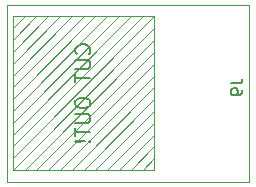
<source format=gbr>
%TF.GenerationSoftware,KiCad,Pcbnew,(5.1.9-0-10_14)*%
%TF.CreationDate,2021-05-26T20:10:19-07:00*%
%TF.ProjectId,tp_radio_board,74705f72-6164-4696-9f5f-626f6172642e,rev?*%
%TF.SameCoordinates,Original*%
%TF.FileFunction,Legend,Bot*%
%TF.FilePolarity,Positive*%
%FSLAX46Y46*%
G04 Gerber Fmt 4.6, Leading zero omitted, Abs format (unit mm)*
G04 Created by KiCad (PCBNEW (5.1.9-0-10_14)) date 2021-05-26 20:10:19*
%MOMM*%
%LPD*%
G01*
G04 APERTURE LIST*
%ADD10C,0.120000*%
%ADD11C,0.150000*%
G04 APERTURE END LIST*
D10*
%TO.C,J9*%
X69500000Y-115000000D02*
X57500000Y-127000000D01*
X57500000Y-127000000D02*
X57500000Y-126000000D01*
X57500000Y-126000000D02*
X68500000Y-115000000D01*
X68500000Y-115000000D02*
X67000000Y-115000000D01*
X67000000Y-115000000D02*
X67500000Y-115000000D01*
X67500000Y-115000000D02*
X57500000Y-125000000D01*
X57500000Y-125000000D02*
X57500000Y-123500000D01*
X57500000Y-123500000D02*
X57500000Y-124000000D01*
X57500000Y-124000000D02*
X66500000Y-115000000D01*
X66500000Y-115000000D02*
X65500000Y-115000000D01*
X65500000Y-115000000D02*
X57500000Y-123000000D01*
X57500000Y-123000000D02*
X57500000Y-122000000D01*
X57500000Y-122000000D02*
X64500000Y-115000000D01*
X64500000Y-115000000D02*
X63000000Y-115000000D01*
X63000000Y-115000000D02*
X63500000Y-115000000D01*
X63500000Y-115000000D02*
X57500000Y-121000000D01*
X57500000Y-121000000D02*
X57500000Y-120000000D01*
X57500000Y-120000000D02*
X62500000Y-115000000D01*
X62500000Y-115000000D02*
X61500000Y-115000000D01*
X61500000Y-115000000D02*
X57500000Y-119000000D01*
X57500000Y-119000000D02*
X57500000Y-118000000D01*
X57500000Y-118000000D02*
X60500000Y-115000000D01*
X60500000Y-115000000D02*
X59000000Y-115000000D01*
X59000000Y-115000000D02*
X59500000Y-115000000D01*
X59500000Y-115000000D02*
X57500000Y-117000000D01*
X57500000Y-117000000D02*
X57500000Y-116000000D01*
X57500000Y-116000000D02*
X58500000Y-115000000D01*
X57500000Y-128000000D02*
X69500000Y-116000000D01*
X69500000Y-127000000D02*
X68500000Y-128000000D01*
X68500000Y-128000000D02*
X67500000Y-128000000D01*
X67500000Y-128000000D02*
X69500000Y-126000000D01*
X69500000Y-126000000D02*
X69500000Y-125000000D01*
X69500000Y-125000000D02*
X66500000Y-128000000D01*
X66500000Y-128000000D02*
X65500000Y-128000000D01*
X65500000Y-128000000D02*
X69500000Y-124000000D01*
X69500000Y-124000000D02*
X69500000Y-123000000D01*
X69500000Y-123000000D02*
X64500000Y-128000000D01*
X64500000Y-128000000D02*
X63500000Y-128000000D01*
X63500000Y-128000000D02*
X69500000Y-122000000D01*
X69500000Y-122000000D02*
X69500000Y-121000000D01*
X69500000Y-121000000D02*
X62500000Y-128000000D01*
X62500000Y-128000000D02*
X61500000Y-128000000D01*
X61500000Y-128000000D02*
X69500000Y-120000000D01*
X69500000Y-120000000D02*
X69500000Y-119000000D01*
X69500000Y-119000000D02*
X60500000Y-128000000D01*
X60500000Y-128000000D02*
X59500000Y-128000000D01*
X59500000Y-128000000D02*
X69500000Y-118000000D01*
X69500000Y-118000000D02*
X69500000Y-117000000D01*
X69500000Y-117000000D02*
X58500000Y-128000000D01*
X57000000Y-114000000D02*
X57000000Y-129000000D01*
X57000000Y-129000000D02*
X77500000Y-129000000D01*
X77500000Y-114000000D02*
X57000000Y-114000000D01*
X77500000Y-129000000D02*
X77500000Y-114000000D01*
X69500000Y-128000000D02*
X57500000Y-128000000D01*
X57500000Y-128000000D02*
X57500000Y-115000000D01*
X69500000Y-115000000D02*
X57500000Y-115000000D01*
X69500000Y-128000000D02*
X69500000Y-115000000D01*
D11*
X75952380Y-120666666D02*
X76666666Y-120666666D01*
X76809523Y-120619047D01*
X76904761Y-120523809D01*
X76952380Y-120380952D01*
X76952380Y-120285714D01*
X76952380Y-121190476D02*
X76952380Y-121380952D01*
X76904761Y-121476190D01*
X76857142Y-121523809D01*
X76714285Y-121619047D01*
X76523809Y-121666666D01*
X76142857Y-121666666D01*
X76047619Y-121619047D01*
X76000000Y-121571428D01*
X75952380Y-121476190D01*
X75952380Y-121285714D01*
X76000000Y-121190476D01*
X76047619Y-121142857D01*
X76142857Y-121095238D01*
X76380952Y-121095238D01*
X76476190Y-121142857D01*
X76523809Y-121190476D01*
X76571428Y-121285714D01*
X76571428Y-121476190D01*
X76523809Y-121571428D01*
X76476190Y-121619047D01*
X76380952Y-121666666D01*
X63953571Y-118143571D02*
X64014047Y-118083095D01*
X64074523Y-117901666D01*
X64074523Y-117780714D01*
X64014047Y-117599285D01*
X63893095Y-117478333D01*
X63772142Y-117417857D01*
X63530238Y-117357380D01*
X63348809Y-117357380D01*
X63106904Y-117417857D01*
X62985952Y-117478333D01*
X62865000Y-117599285D01*
X62804523Y-117780714D01*
X62804523Y-117901666D01*
X62865000Y-118083095D01*
X62925476Y-118143571D01*
X62804523Y-118687857D02*
X63832619Y-118687857D01*
X63953571Y-118748333D01*
X64014047Y-118808809D01*
X64074523Y-118929761D01*
X64074523Y-119171666D01*
X64014047Y-119292619D01*
X63953571Y-119353095D01*
X63832619Y-119413571D01*
X62804523Y-119413571D01*
X62804523Y-119836904D02*
X62804523Y-120562619D01*
X64074523Y-120199761D02*
X62804523Y-120199761D01*
X62804523Y-122195476D02*
X62804523Y-122437380D01*
X62865000Y-122558333D01*
X62985952Y-122679285D01*
X63227857Y-122739761D01*
X63651190Y-122739761D01*
X63893095Y-122679285D01*
X64014047Y-122558333D01*
X64074523Y-122437380D01*
X64074523Y-122195476D01*
X64014047Y-122074523D01*
X63893095Y-121953571D01*
X63651190Y-121893095D01*
X63227857Y-121893095D01*
X62985952Y-121953571D01*
X62865000Y-122074523D01*
X62804523Y-122195476D01*
X62804523Y-123284047D02*
X63832619Y-123284047D01*
X63953571Y-123344523D01*
X64014047Y-123405000D01*
X64074523Y-123525952D01*
X64074523Y-123767857D01*
X64014047Y-123888809D01*
X63953571Y-123949285D01*
X63832619Y-124009761D01*
X62804523Y-124009761D01*
X62804523Y-124433095D02*
X62804523Y-125158809D01*
X64074523Y-124795952D02*
X62804523Y-124795952D01*
X63953571Y-125582142D02*
X64014047Y-125642619D01*
X64074523Y-125582142D01*
X64014047Y-125521666D01*
X63953571Y-125582142D01*
X64074523Y-125582142D01*
X63590714Y-125582142D02*
X62865000Y-125521666D01*
X62804523Y-125582142D01*
X62865000Y-125642619D01*
X63590714Y-125582142D01*
X62804523Y-125582142D01*
%TD*%
M02*

</source>
